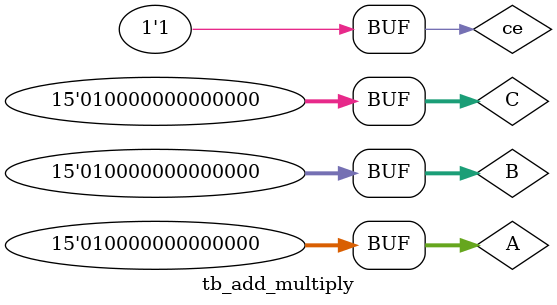
<source format=v>
`timescale 1ns / 1ps


module tb_add_multiply
    (
    );
//    wire signed [14:0] A = 15'b000101001011010;
//    wire signed [14:0] B = 15'b110011011001101;
//    wire signed [14:0] C = 15'b001001000010111;
    
    wire signed [14:0] A = 15'b010000000000000;
    wire signed [14:0] B = 15'b010000000000000;
    wire signed [14:0] C = 15'b010000000000000;
    wire signed [30:0] Y;
    
    wire clk;
    wire ce = 1'b1;

    stimulate stim
    (
        .clk(clk)
    );
    
    add_multiply add_multiply_i
    (
        .clk(clk),
        .ce(ce),
        .A(A),
        .B(B),
        .C(C),
        .Y(Y)
    );
endmodule

</source>
